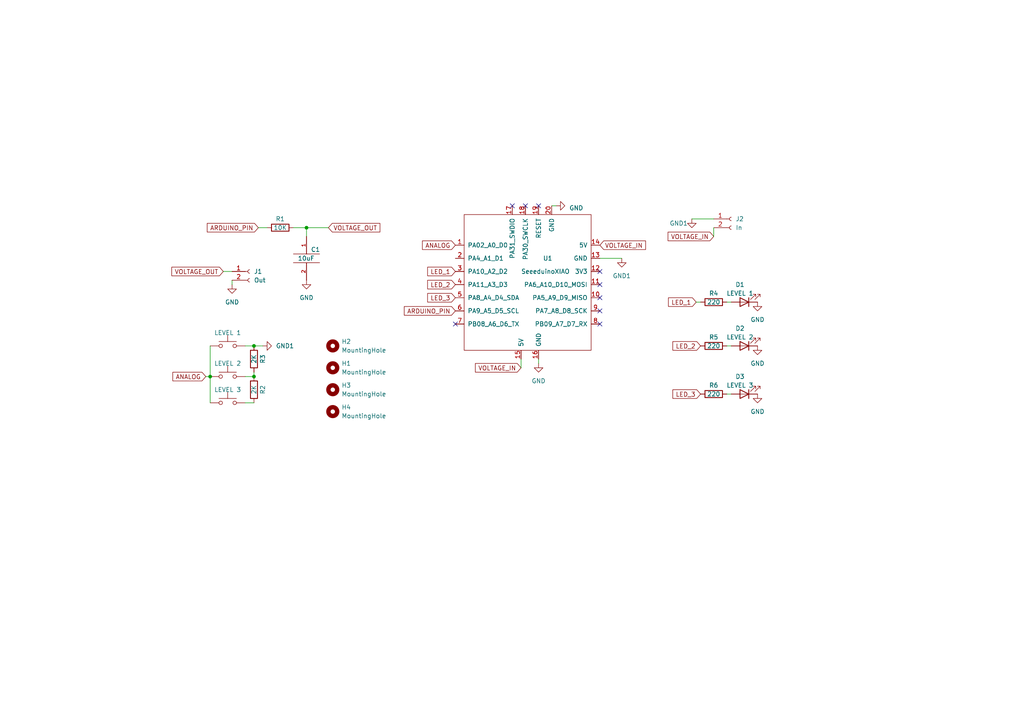
<source format=kicad_sch>
(kicad_sch (version 20230121) (generator eeschema)
  (paper "A4")
  (lib_symbols
    (symbol "Connector:Conn_01x02_Female" (pin_names (offset 1.016) hide)
      (property "Reference" "J" (at 0 2.54 0))
      (property "Value" "Conn_01x02_Female" (at 0 -5.08 0))
      (symbol "Conn_01x02_Female_1_1"
        (arc (start 0 -2.032) (mid -0.5058 -2.54) (end 0 -3.048) (stroke (width 0.1524)))
        (polyline (pts (xy -1.27 -2.54) (xy -0.508 -2.54)) (stroke (width 0.1524)))
        (polyline (pts (xy -1.27 0) (xy -0.508 0)) (stroke (width 0.1524)))
        (arc (start 0 0.508) (mid -0.5058 0) (end 0 -0.508) (stroke (width 0.1524)))
        (pin passive line (at -5.08 0 0) (length 3.81) (name "Pin_1") (number "1"))
        (pin passive line (at -5.08 -2.54 0) (length 3.81) (name "Pin_2") (number "2"))
      )
    )
    (symbol "Device:LED" (pin_numbers hide) (pin_names (offset 1.016) hide)
      (property "Reference" "D" (at 0 2.54 0))
      (property "Value" "LED" (at 0 -2.54 0))
      (symbol "LED_0_1"
        (polyline (pts (xy -1.27 -1.27) (xy -1.27 1.27)) (stroke (width 0.254)))
        (polyline (pts (xy -1.27 0) (xy 1.27 0)))
        (polyline (pts (xy 1.27 -1.27) (xy 1.27 1.27) (xy -1.27 0) (xy 1.27 -1.27)) (stroke (width 0.254)))
        (polyline (pts (xy -3.048 -0.762) (xy -4.572 -2.286) (xy -3.81 -2.286) (xy -4.572 -2.286) (xy -4.572 -1.524)))
        (polyline (pts (xy -1.778 -0.762) (xy -3.302 -2.286) (xy -2.54 -2.286) (xy -3.302 -2.286) (xy -3.302 -1.524)))
      )
      (symbol "LED_1_1"
        (pin passive line (at -3.81 0 0) (length 2.54) (name "K") (number "1"))
        (pin passive line (at 3.81 0 180) (length 2.54) (name "A") (number "2"))
      )
    )
    (symbol "Device:R" (pin_numbers hide) (pin_names (offset 0))
      (property "Reference" "R" (at 2.032 0 90))
      (property "Value" "R" (at 0 0 90))
      (symbol "R_0_1"
        (rectangle (start -1.016 -2.54) (end 1.016 2.54) (stroke (width 0.254)))
      )
      (symbol "R_1_1"
        (pin passive line (at 0 3.81 270) (length 1.27) (name "~") (number "1"))
        (pin passive line (at 0 -3.81 90) (length 1.27) (name "~") (number "2"))
      )
    )
    (symbol "Mechanical:MountingHole" (pin_names (offset 1.016))
      (property "Reference" "H" (at 0 5.08 0))
      (property "Value" "MountingHole" (at 0 3.175 0))
      (symbol "MountingHole_0_1"
        (circle (center 0 0) (radius 1.27) (stroke (width 1.27)))
      )
    )
    (symbol "Switch:SW_Push" (pin_numbers hide) (pin_names (offset 1.016) hide)
      (property "Reference" "SW" (at 1.27 2.54 0))
      (property "Value" "SW_Push" (at 0 -1.524 0))
      (symbol "SW_Push_0_1"
        (circle (center -2.032 0) (radius 0.508))
        (polyline (pts (xy 0 1.27) (xy 0 3.048)))
        (polyline (pts (xy 2.54 1.27) (xy -2.54 1.27)))
        (circle (center 2.032 0) (radius 0.508))
        (pin passive line (at -5.08 0 0) (length 2.54) (name "1") (number "1"))
        (pin passive line (at 5.08 0 180) (length 2.54) (name "2") (number "2"))
      )
    )
    (symbol "power:GND" (power) (pin_names (offset 0))
      (property "Value" "GND" (at 0 -3.81 0))
      (symbol "GND_0_1"
        (polyline (pts (xy 0 0) (xy 0 -1.27) (xy 1.27 -1.27) (xy 0 -2.54) (xy -1.27 -1.27) (xy 0 -1.27)))
      )
      (symbol "GND_1_1"
        (pin power_in line (at 0 0 270) (length 0) hide (name "GND") (number "1"))
      )
    )
    (symbol "power:GND1" (power) (pin_names (offset 0))
      (property "Value" "GND1" (at 0 -3.81 0))
      (symbol "GND1_0_1"
        (polyline (pts (xy 0 0) (xy 0 -1.27) (xy 1.27 -1.27) (xy 0 -2.54) (xy -1.27 -1.27) (xy 0 -1.27)))
      )
      (symbol "GND1_1_1"
        (pin power_in line (at 0 0 270) (length 0) hide (name "GND1") (number "1"))
      )
    )
    (symbol "pspice:C" (pin_names (offset 0.254))
      (property "Reference" "C" (at 2.54 3.81 90))
      (property "Value" "C" (at 2.54 -3.81 90))
      (symbol "C_0_1"
        (polyline (pts (xy -3.81 -1.27) (xy 3.81 -1.27)))
        (polyline (pts (xy -3.81 1.27) (xy 3.81 1.27)))
      )
      (symbol "C_1_1"
        (pin passive line (at 0 6.35 270) (length 5.08) (name "~") (number "1"))
        (pin passive line (at 0 -6.35 90) (length 5.08) (name "~") (number "2"))
      )
    )
    (symbol "seed:SeeeduinoXIAO" (pin_names (offset 1.016))
      (property "Reference" "U" (at -19.05 22.86 0))
      (property "Value" "SeeeduinoXIAO" (at -12.7 21.59 0))
      (symbol "SeeeduinoXIAO_0_1"
        (rectangle (start -19.05 20.32) (end 17.78 -19.05))
      )
      (symbol "SeeeduinoXIAO_1_1"
        (pin unspecified line (at -21.59 11.43 0) (length 2.54) (name "PA02_A0_D0") (number "1"))
        (pin unspecified line (at 20.32 -3.81 180) (length 2.54) (name "PA5_A9_D9_MISO") (number "10"))
        (pin unspecified line (at 20.32 0 180) (length 2.54) (name "PA6_A10_D10_MOSI") (number "11"))
        (pin unspecified line (at 20.32 3.81 180) (length 2.54) (name "3V3") (number "12"))
        (pin unspecified line (at 20.32 7.62 180) (length 2.54) (name "GND") (number "13"))
        (pin unspecified line (at 20.32 11.43 180) (length 2.54) (name "5V") (number "14"))
        (pin input line (at -2.54 -21.59 90) (length 2.54) (name "5V") (number "15"))
        (pin input line (at 2.54 -21.59 90) (length 2.54) (name "GND") (number "16"))
        (pin input line (at -5.08 22.86 270) (length 2.54) (name "PA31_SWDIO") (number "17"))
        (pin input line (at -1.27 22.86 270) (length 2.54) (name "PA30_SWCLK") (number "18"))
        (pin input line (at 2.54 22.86 270) (length 2.54) (name "RESET") (number "19"))
        (pin unspecified line (at -21.59 7.62 0) (length 2.54) (name "PA4_A1_D1") (number "2"))
        (pin input line (at 6.35 22.86 270) (length 2.54) (name "GND") (number "20"))
        (pin unspecified line (at -21.59 3.81 0) (length 2.54) (name "PA10_A2_D2") (number "3"))
        (pin unspecified line (at -21.59 0 0) (length 2.54) (name "PA11_A3_D3") (number "4"))
        (pin unspecified line (at -21.59 -3.81 0) (length 2.54) (name "PA8_A4_D4_SDA") (number "5"))
        (pin unspecified line (at -21.59 -7.62 0) (length 2.54) (name "PA9_A5_D5_SCL") (number "6"))
        (pin unspecified line (at -21.59 -11.43 0) (length 2.54) (name "PB08_A6_D6_TX") (number "7"))
        (pin unspecified line (at 20.32 -11.43 180) (length 2.54) (name "PB09_A7_D7_RX") (number "8"))
        (pin unspecified line (at 20.32 -7.62 180) (length 2.54) (name "PA7_A8_D8_SCK") (number "9"))
      )
    )
  )
  (junction (at 73.66 100.33))
  (junction (at 88.9 66.04))
  (junction (at 60.96 109.22))
  (junction (at 73.66 109.22))
  (no_connect (at 173.99 82.55))
  (no_connect (at 173.99 93.98))
  (no_connect (at 173.99 86.36))
  (no_connect (at 152.4 59.69))
  (no_connect (at 156.21 59.69))
  (no_connect (at 173.99 78.74))
  (no_connect (at 132.08 93.98))
  (no_connect (at 148.59 59.69))
  (no_connect (at 173.99 90.17))
  (wire (pts (xy 88.9 66.04) (xy 88.9 68.58)))
  (wire (pts (xy 201.93 87.63) (xy 203.2 87.63)))
  (wire (pts (xy 71.12 100.33) (xy 73.66 100.33)))
  (wire (pts (xy 59.69 109.22) (xy 60.96 109.22)))
  (wire (pts (xy 88.9 66.04) (xy 95.25 66.04)))
  (wire (pts (xy 210.82 114.3) (xy 212.09 114.3)))
  (wire (pts (xy 85.09 66.04) (xy 88.9 66.04)))
  (wire (pts (xy 60.96 100.33) (xy 60.96 109.22)))
  (wire (pts (xy 73.66 107.95) (xy 73.66 109.22)))
  (wire (pts (xy 151.13 106.68) (xy 151.13 104.14)))
  (wire (pts (xy 210.82 100.33) (xy 212.09 100.33)))
  (wire (pts (xy 60.96 109.22) (xy 60.96 116.84)))
  (wire (pts (xy 156.21 105.41) (xy 156.21 104.14)))
  (wire (pts (xy 73.66 100.33) (xy 76.2 100.33)))
  (wire (pts (xy 74.93 66.04) (xy 77.47 66.04)))
  (wire (pts (xy 67.31 81.28) (xy 67.31 82.55)))
  (wire (pts (xy 200.66 63.5) (xy 207.01 63.5)))
  (wire (pts (xy 180.34 74.93) (xy 173.99 74.93)))
  (wire (pts (xy 161.29 59.69) (xy 160.02 59.69)))
  (wire (pts (xy 71.12 116.84) (xy 73.66 116.84)))
  (wire (pts (xy 210.82 87.63) (xy 212.09 87.63)))
  (wire (pts (xy 64.77 78.74) (xy 67.31 78.74)))
  (wire (pts (xy 71.12 109.22) (xy 73.66 109.22)))
  (wire (pts (xy 207.01 66.04) (xy 207.01 68.58)))
  (global_label "VOLTAGE_IN" (shape input) (at 173.99 71.12 0) (property "Intersheetrefs" "${INTERSHEET_REFS}" (effects hide)))
  (global_label "LED_2" (shape input) (at 203.2 100.33 180) (property "Intersheetrefs" "${INTERSHEET_REFS}" (effects hide)))
  (global_label "LED_1" (shape input) (at 132.08 78.74 180) (property "Intersheetrefs" "${INTERSHEET_REFS}" (effects hide)))
  (global_label "LED_1" (shape input) (at 201.93 87.63 180) (property "Intersheetrefs" "${INTERSHEET_REFS}" (effects hide)))
  (global_label "ANALOG" (shape input) (at 59.69 109.22 180) (property "Intersheetrefs" "${INTERSHEET_REFS}" (effects hide)))
  (global_label "LED_3" (shape input) (at 132.08 86.36 180) (property "Intersheetrefs" "${INTERSHEET_REFS}" (effects hide)))
  (global_label "VOLTAGE_IN" (shape input) (at 151.13 106.68 180) (property "Intersheetrefs" "${INTERSHEET_REFS}" (effects hide)))
  (global_label "ARDUINO_PIN" (shape input) (at 74.93 66.04 180) (property "Intersheetrefs" "${INTERSHEET_REFS}" (effects hide)))
  (global_label "ARDUINO_PIN" (shape input) (at 132.08 90.17 180) (property "Intersheetrefs" "${INTERSHEET_REFS}" (effects hide)))
  (global_label "VOLTAGE_OUT" (shape input) (at 95.25 66.04 0) (property "Intersheetrefs" "${INTERSHEET_REFS}" (effects hide)))
  (global_label "VOLTAGE_IN" (shape input) (at 207.01 68.58 180) (property "Intersheetrefs" "${INTERSHEET_REFS}" (effects hide)))
  (global_label "LED_2" (shape input) (at 132.08 82.55 180) (property "Intersheetrefs" "${INTERSHEET_REFS}" (effects hide)))
  (global_label "LED_3" (shape input) (at 203.2 114.3 180) (property "Intersheetrefs" "${INTERSHEET_REFS}" (effects hide)))
  (global_label "VOLTAGE_OUT" (shape input) (at 64.77 78.74 180) (property "Intersheetrefs" "${INTERSHEET_REFS}" (effects hide)))
  (global_label "ANALOG" (shape input) (at 132.08 71.12 180) (property "Intersheetrefs" "${INTERSHEET_REFS}" (effects hide)))
  (symbol (lib_id "Mechanical:MountingHole") (at 96.52 100.33 0) (unit 1)
    (property "Reference" "H2" (at 99.06 99.0599 0) (effects (justify left)))
    (property "Value" "MountingHole" (at 99.06 101.5999 0) (effects (justify left)))
    (property "Footprint" "MountingHole:MountingHole_3mm" (effects hide))
  )
  (symbol (lib_id "Switch:SW_Push") (at 66.04 109.22 0) (unit 1)
    (property "Reference" "SW2" (effects hide))
    (property "Value" "LEVEL 2" (at 66.04 105.41 0))
    (property "Footprint" "Button_Switch_THT:SW_PUSH_6mm" (effects hide))
  )
  (symbol (lib_id "Device:R") (at 73.66 104.14 180) (unit 1)
    (property "Reference" "R3" (at 76.2 104.14 90))
    (property "Value" "2K" (at 73.66 104.14 90))
    (property "Footprint" "Resistor_SMD:R_0805_2012Metric_Pad1.20x1.40mm_HandSolder" (effects hide))
  )
  (symbol (lib_id "power:GND") (at 156.21 105.41 0) (unit 1)
    (property "Reference" "#PWR01" (effects hide))
    (property "Value" "GND" (at 156.21 110.49 0))
  )
  (symbol (lib_id "power:GND") (at 161.29 59.69 90) (unit 1)
    (property "Reference" "#PWR03" (effects hide))
    (property "Value" "GND" (at 165.1 60.325 90) (effects (justify right)))
  )
  (symbol (lib_id "power:GND") (at 219.71 114.3 0) (unit 1)
    (property "Reference" "#PWR0109" (effects hide))
    (property "Value" "GND" (at 219.71 119.38 0))
  )
  (symbol (lib_id "Switch:SW_Push") (at 66.04 100.33 0) (unit 1)
    (property "Reference" "SW1" (effects hide))
    (property "Value" "LEVEL 1" (at 66.04 96.52 0))
    (property "Footprint" "Button_Switch_THT:SW_PUSH_6mm" (effects hide))
  )
  (symbol (lib_id "Connector:Conn_01x02_Female") (at 212.09 63.5 0) (unit 1)
    (property "Reference" "J2" (at 213.36 63.4999 0) (effects (justify left)))
    (property "Value" "In" (at 213.36 66.0399 0) (effects (justify left)))
    (property "Footprint" "TerminalBlock_Phoenix:TerminalBlock_Phoenix_MKDS-1,5-2-5.08_1x02_P5.08mm_Horizontal" (effects hide))
  )
  (symbol (lib_id "Mechanical:MountingHole") (at 96.52 113.03 0) (unit 1)
    (property "Reference" "H3" (at 99.06 111.7599 0) (effects (justify left)))
    (property "Value" "MountingHole" (at 99.06 114.2999 0) (effects (justify left)))
    (property "Footprint" "MountingHole:MountingHole_3mm" (effects hide))
  )
  (symbol (lib_id "power:GND1") (at 180.34 74.93 0) (unit 1)
    (property "Reference" "#PWR02" (effects hide))
    (property "Value" "GND1" (at 180.34 80.01 0))
  )
  (symbol (lib_id "power:GND") (at 88.9 81.28 0) (unit 1)
    (property "Reference" "#PWR0102" (effects hide))
    (property "Value" "GND" (at 88.9 86.36 0))
  )
  (symbol (lib_id "power:GND1") (at 76.2 100.33 90) (unit 1)
    (property "Reference" "#PWR0104" (effects hide))
    (property "Value" "GND1" (at 80.01 100.3299 90) (effects (justify right)))
  )
  (symbol (lib_id "Device:LED") (at 215.9 100.33 180) (unit 1)
    (property "Reference" "D2" (at 214.63 95.25 0))
    (property "Value" "LEVEL 2" (at 214.63 97.79 0))
    (property "Footprint" "LED_SMD:LED_0805_2012Metric_Pad1.15x1.40mm_HandSolder" (effects hide))
  )
  (symbol (lib_id "power:GND") (at 219.71 100.33 0) (unit 1)
    (property "Reference" "#PWR0108" (effects hide))
    (property "Value" "GND" (at 219.71 105.41 0))
  )
  (symbol (lib_id "Mechanical:MountingHole") (at 96.52 106.68 0) (unit 1)
    (property "Reference" "H1" (at 99.06 105.4099 0) (effects (justify left)))
    (property "Value" "MountingHole" (at 99.06 107.9499 0) (effects (justify left)))
    (property "Footprint" "MountingHole:MountingHole_3mm" (effects hide))
  )
  (symbol (lib_id "Device:R") (at 207.01 100.33 90) (unit 1)
    (property "Reference" "R5" (at 207.01 97.79 90))
    (property "Value" "220" (at 207.01 100.33 90))
    (property "Footprint" "Resistor_SMD:R_0805_2012Metric_Pad1.20x1.40mm_HandSolder" (effects hide))
  )
  (symbol (lib_id "Switch:SW_Push") (at 66.04 116.84 0) (unit 1)
    (property "Reference" "SW3" (effects hide))
    (property "Value" "LEVEL 3" (at 66.04 113.03 0))
    (property "Footprint" "Button_Switch_THT:SW_PUSH_6mm" (effects hide))
  )
  (symbol (lib_id "seed:SeeeduinoXIAO") (at 153.67 82.55 0) (unit 1)
    (property "Reference" "U1" (at 157.48 74.93 0) (effects (justify left)))
    (property "Value" "SeeeduinoXIAO" (at 151.13 78.74 0) (effects (justify left)))
    (property "Footprint" "xiao:Seeeduino XIAO-MOUDLE14P-2.54-21X17.8MM" (effects hide))
  )
  (symbol (lib_id "Device:R") (at 73.66 113.03 180) (unit 1)
    (property "Reference" "R2" (at 76.2 113.03 90))
    (property "Value" "2K" (at 73.66 113.03 90))
    (property "Footprint" "Resistor_SMD:R_0805_2012Metric_Pad1.20x1.40mm_HandSolder" (effects hide))
  )
  (symbol (lib_id "Connector:Conn_01x02_Female") (at 72.39 78.74 0) (unit 1)
    (property "Reference" "J1" (at 73.66 78.7399 0) (effects (justify left)))
    (property "Value" "Out" (at 73.66 81.2799 0) (effects (justify left)))
    (property "Footprint" "TerminalBlock_Phoenix:TerminalBlock_Phoenix_MKDS-1,5-2-5.08_1x02_P5.08mm_Horizontal" (effects hide))
  )
  (symbol (lib_id "power:GND") (at 219.71 87.63 0) (unit 1)
    (property "Reference" "#PWR0107" (effects hide))
    (property "Value" "GND" (at 219.71 92.71 0))
  )
  (symbol (lib_id "Device:LED") (at 215.9 114.3 180) (unit 1)
    (property "Reference" "D3" (at 214.63 109.22 0))
    (property "Value" "LEVEL 3" (at 214.63 111.76 0))
    (property "Footprint" "LED_SMD:LED_0805_2012Metric_Pad1.15x1.40mm_HandSolder" (effects hide))
  )
  (symbol (lib_id "Mechanical:MountingHole") (at 96.52 119.38 0) (unit 1)
    (property "Reference" "H4" (at 99.06 118.1099 0) (effects (justify left)))
    (property "Value" "MountingHole" (at 99.06 120.6499 0) (effects (justify left)))
    (property "Footprint" "MountingHole:MountingHole_3mm" (effects hide))
  )
  (symbol (lib_id "power:GND1") (at 200.66 63.5 0) (unit 1)
    (property "Reference" "#PWR0106" (effects hide))
    (property "Value" "GND1" (at 196.85 64.77 0))
  )
  (symbol (lib_id "Device:R") (at 207.01 114.3 90) (unit 1)
    (property "Reference" "R6" (at 207.01 111.76 90))
    (property "Value" "220" (at 207.01 114.3 90))
    (property "Footprint" "Resistor_SMD:R_0805_2012Metric_Pad1.20x1.40mm_HandSolder" (effects hide))
  )
  (symbol (lib_id "Device:LED") (at 215.9 87.63 180) (unit 1)
    (property "Reference" "D1" (at 214.63 82.55 0))
    (property "Value" "LEVEL 1" (at 214.63 85.09 0))
    (property "Footprint" "LED_SMD:LED_0805_2012Metric_Pad1.15x1.40mm_HandSolder" (effects hide))
  )
  (symbol (lib_id "Device:R") (at 81.28 66.04 90) (unit 1)
    (property "Reference" "R1" (at 81.28 63.5 90))
    (property "Value" "10K" (at 81.28 66.04 90))
    (property "Footprint" "Resistor_SMD:R_0805_2012Metric_Pad1.20x1.40mm_HandSolder" (effects hide))
  )
  (symbol (lib_id "Device:R") (at 207.01 87.63 90) (unit 1)
    (property "Reference" "R4" (at 207.01 85.09 90))
    (property "Value" "220" (at 207.01 87.63 90))
    (property "Footprint" "Resistor_SMD:R_0805_2012Metric_Pad1.20x1.40mm_HandSolder" (effects hide))
  )
  (symbol (lib_id "pspice:C") (at 88.9 74.93 0) (unit 1)
    (property "Reference" "C1" (at 90.17 72.39 0) (effects (justify left)))
    (property "Value" "10uF" (at 86.36 74.93 0) (effects (justify left)))
    (property "Footprint" "Capacitor_THT:CP_Radial_D5.0mm_P2.50mm" (effects hide))
  )
  (symbol (lib_id "power:GND") (at 67.31 82.55 0) (unit 1)
    (property "Reference" "#PWR0103" (effects hide))
    (property "Value" "GND" (at 67.31 87.63 0))
  )
)
</source>
